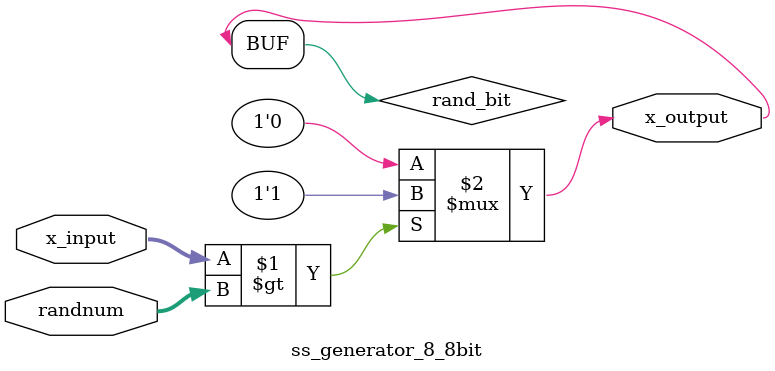
<source format=v>
`timescale 1ns / 1ps
module ss_generator_8_8bit
(
	input		[7:0]	x_input,
	input		[7:0]	randnum,
	output		[0:0]	x_output
);
	wire		rand_bit;

	assign	rand_bit	=	(x_input[7 : 0] > randnum) ? 1'b1 : 1'b0;
	// assign	x_output	=	{1'b0, x_input[11 : 8]} + {4'd0, rand_bit};
	assign	x_output	=	rand_bit;

endmodule

</source>
